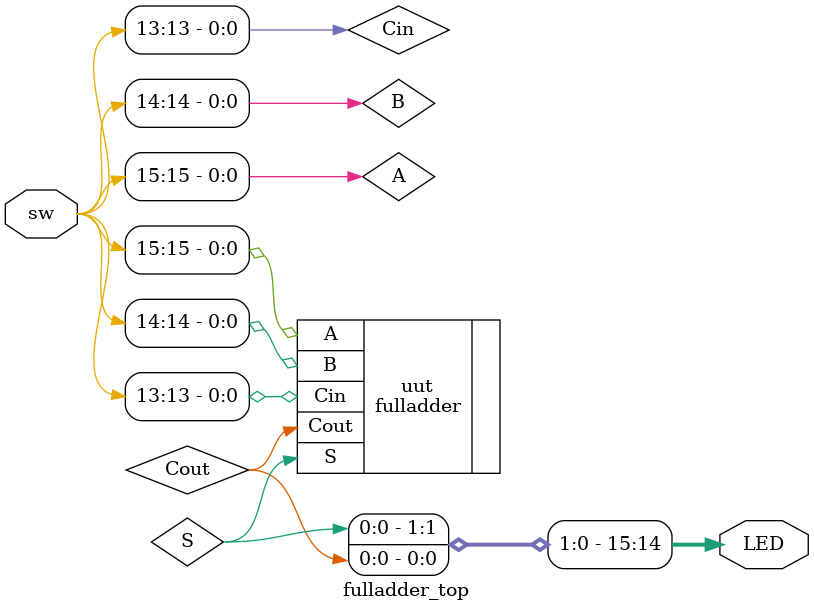
<source format=sv>
`timescale 1ns / 1ps


module fulladder_top (
    input logic [15:0] sw,    // Switches for inputs (A, B, Cin)
    output logic [15:0] LED   // LEDs for outputs (S, Cout)
);
    logic A, B, Cin;         // Inputs to full adder
    logic S, Cout;           // Outputs from full adder

    // Map switches to inputs
    assign A = sw[15];
    assign B = sw[14];
    assign Cin = sw[13];

    // Instantiate fulladder
    fulladder uut (
        .A(A),
        .B(B),
        .Cin(Cin),
        .S(S),
        .Cout(Cout)
    );

    // Map outputs to LEDs
    assign LED[15] = S;
    assign LED[14] = Cout;
endmodule

</source>
